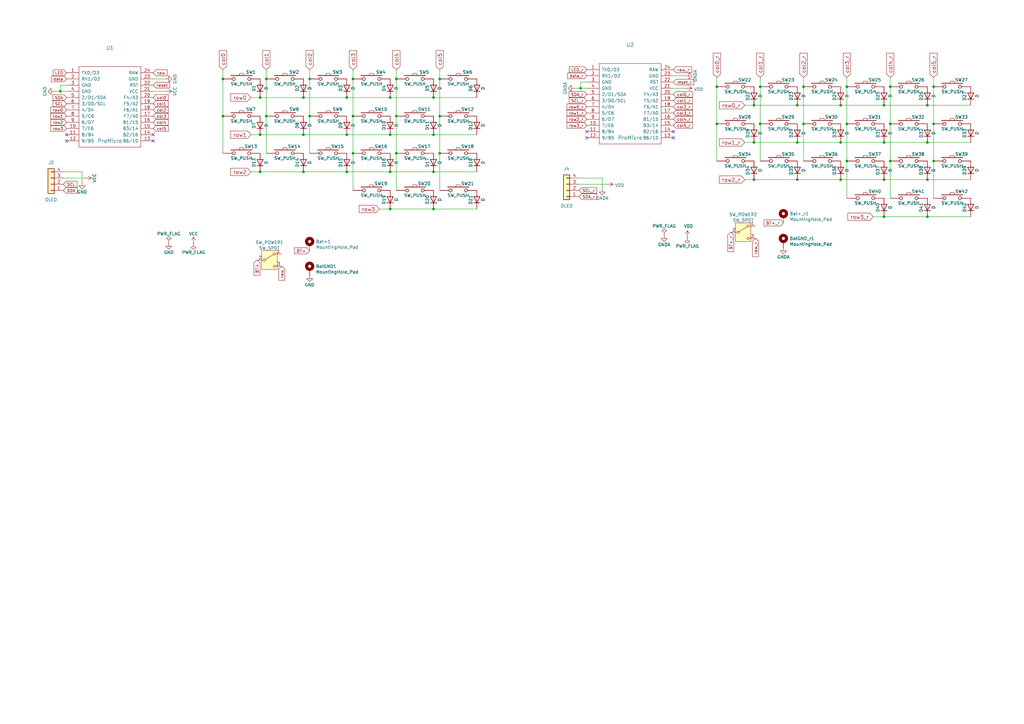
<source format=kicad_sch>
(kicad_sch (version 20231120) (generator "eeschema") (generator_version "8.0")
  (paper "A3")
  (title_block (title "Corne Cherry") (date "2020-09-28") (rev "3.0.1") (company "foostan"))
  (lib_symbols
    (symbol "Connector_Generic:Conn_01x04" (pin_names (offset 1.016) hide)
      (property "Reference" "J" (at 0 5.08 0))
      (property "Value" "Conn_01x04" (at 0 -7.62 0))
      (symbol "Conn_01x04_1_1"
        (rectangle (start -1.27 -4.953) (end 0 -5.207) (stroke (width 0.1524)))
        (rectangle (start -1.27 -2.413) (end 0 -2.667) (stroke (width 0.1524)))
        (rectangle (start -1.27 0.127) (end 0 -0.127) (stroke (width 0.1524)))
        (rectangle (start -1.27 2.667) (end 0 2.413) (stroke (width 0.1524)))
        (rectangle (start -1.27 3.81) (end 1.27 -6.35) (stroke (width 0.254)) (fill (type background)))
        (pin passive line (at -5.08 2.54 0) (length 3.81) (name "Pin_1") (number "1"))
        (pin passive line (at -5.08 0 0) (length 3.81) (name "Pin_2") (number "2"))
        (pin passive line (at -5.08 -2.54 0) (length 3.81) (name "Pin_3") (number "3"))
        (pin passive line (at -5.08 -5.08 0) (length 3.81) (name "Pin_4") (number "4"))
      )
    )
    (symbol "Device:D" (pin_numbers hide) (pin_names (offset 1.016) hide)
      (property "Reference" "D" (at 0 2.54 0))
      (property "Value" "D" (at 0 -2.54 0))
      (symbol "D_0_1"
        (polyline (pts (xy -1.27 1.27) (xy -1.27 -1.27)) (stroke (width 0.254)))
        (polyline (pts (xy 1.27 0) (xy -1.27 0)))
        (polyline (pts (xy 1.27 1.27) (xy 1.27 -1.27) (xy -1.27 0) (xy 1.27 1.27)) (stroke (width 0.254)))
      )
      (symbol "D_1_1"
        (pin passive line (at -3.81 0 0) (length 2.54) (name "K") (number "1"))
        (pin passive line (at 3.81 0 180) (length 2.54) (name "A") (number "2"))
      )
    )
    (symbol "Mechanical:MountingHole_Pad" (pin_numbers hide) (pin_names (offset 1.016) hide)
      (property "Reference" "H" (at 0 6.35 0))
      (property "Value" "MountingHole_Pad" (at 0 4.445 0))
      (symbol "MountingHole_Pad_0_1"
        (circle (center 0 1.27) (radius 1.27) (stroke (width 1.27)))
      )
      (symbol "MountingHole_Pad_1_1"
        (pin input line (at 0 -2.54 90) (length 2.54) (name "1") (number "1"))
      )
    )
    (symbol "Switch:SW_SPDT" (pin_names (offset 0) hide)
      (property "Reference" "SW" (at 0 5.08 0))
      (property "Value" "SW_SPDT" (at 0 -5.08 0))
      (symbol "SW_SPDT_0_1"
        (circle (center -2.032 0) (radius 0.4572))
        (polyline (pts (xy -1.651 0.254) (xy 1.651 2.286)))
        (circle (center 2.032 -2.54) (radius 0.4572))
        (circle (center 2.032 2.54) (radius 0.4572))
      )
      (symbol "SW_SPDT_1_1"
        (rectangle (start -3.175 3.81) (end 3.175 -3.81) (fill (type background)))
        (pin passive line (at 5.08 2.54 180) (length 2.54) (name "A") (number "1"))
        (pin passive line (at -5.08 0 0) (length 2.54) (name "B") (number "2"))
        (pin passive line (at 5.08 -2.54 180) (length 2.54) (name "C") (number "3"))
      )
    )
    (symbol "kbd:ProMicro" (pin_names (offset 1.016))
      (property "Reference" "U" (at 0 19.05 0))
      (property "Value" "ProMicro" (at 0 -19.05 0))
      (symbol "ProMicro_0_1"
        (rectangle (start -12.7 16.51) (end 12.7 -16.51))
      )
      (symbol "ProMicro_1_1"
        (pin bidirectional line (at -17.78 13.97 0) (length 5.08) (name "TX0/D3") (number "1"))
        (pin bidirectional line (at -17.78 -8.89 0) (length 5.08) (name "7/E6") (number "10"))
        (pin bidirectional line (at -17.78 -11.43 0) (length 5.08) (name "8/B4") (number "11"))
        (pin bidirectional line (at -17.78 -13.97 0) (length 5.08) (name "9/B5") (number "12"))
        (pin bidirectional line (at 17.78 -13.97 180) (length 5.08) (name "B6/10") (number "13"))
        (pin bidirectional line (at 17.78 -11.43 180) (length 5.08) (name "B2/16") (number "14"))
        (pin bidirectional line (at 17.78 -8.89 180) (length 5.08) (name "B3/14") (number "15"))
        (pin bidirectional line (at 17.78 -6.35 180) (length 5.08) (name "B1/15") (number "16"))
        (pin bidirectional line (at 17.78 -3.81 180) (length 5.08) (name "F7/A0") (number "17"))
        (pin bidirectional line (at 17.78 -1.27 180) (length 5.08) (name "F6/A1") (number "18"))
        (pin bidirectional line (at 17.78 1.27 180) (length 5.08) (name "F5/A2") (number "19"))
        (pin bidirectional line (at -17.78 11.43 0) (length 5.08) (name "RX1/D2") (number "2"))
        (pin bidirectional line (at 17.78 3.81 180) (length 5.08) (name "F4/A3") (number "20"))
        (pin power_in line (at 17.78 6.35 180) (length 5.08) (name "VCC") (number "21"))
        (pin input line (at 17.78 8.89 180) (length 5.08) (name "RST") (number "22"))
        (pin power_in line (at 17.78 11.43 180) (length 5.08) (name "GND") (number "23"))
        (pin power_out line (at 17.78 13.97 180) (length 5.08) (name "RAW") (number "24"))
        (pin power_in line (at -17.78 8.89 0) (length 5.08) (name "GND") (number "3"))
        (pin power_in line (at -17.78 6.35 0) (length 5.08) (name "GND") (number "4"))
        (pin bidirectional line (at -17.78 3.81 0) (length 5.08) (name "2/D1/SDA") (number "5"))
        (pin bidirectional line (at -17.78 1.27 0) (length 5.08) (name "3/D0/SCL") (number "6"))
        (pin bidirectional line (at -17.78 -1.27 0) (length 5.08) (name "4/D4") (number "7"))
        (pin bidirectional line (at -17.78 -3.81 0) (length 5.08) (name "5/C6") (number "8"))
        (pin bidirectional line (at -17.78 -6.35 0) (length 5.08) (name "6/D7") (number "9"))
      )
    )
    (symbol "kbd:SW_PUSH" (pin_numbers hide) (pin_names (offset 1.016) hide)
      (property "Reference" "SW" (at 3.81 2.794 0))
      (property "Value" "SW_PUSH" (at 0 -2.032 0))
      (symbol "SW_PUSH_0_1"
        (rectangle (start -4.318 1.27) (end 4.318 1.524))
        (polyline (pts (xy -1.016 1.524) (xy -0.762 2.286) (xy 0.762 2.286) (xy 1.016 1.524)))
        (pin passive inverted (at -7.62 0 0) (length 5.08) (name "1") (number "1"))
        (pin passive inverted (at 7.62 0 180) (length 5.08) (name "2") (number "2"))
      )
    )
    (symbol "power:GND" (power) (pin_names (offset 0))
      (property "Value" "GND" (at 0 -3.81 0))
      (symbol "GND_0_1"
        (polyline (pts (xy 0 0) (xy 0 -1.27) (xy 1.27 -1.27) (xy 0 -2.54) (xy -1.27 -1.27) (xy 0 -1.27)))
      )
      (symbol "GND_1_1"
        (pin power_in line (at 0 0 270) (length 0) hide (name "GND") (number "1"))
      )
    )
    (symbol "power:GNDA" (power) (pin_names (offset 0))
      (property "Value" "GNDA" (at 0 -3.81 0))
      (symbol "GNDA_0_1"
        (polyline (pts (xy 0 0) (xy 0 -1.27) (xy 1.27 -1.27) (xy 0 -2.54) (xy -1.27 -1.27) (xy 0 -1.27)))
      )
      (symbol "GNDA_1_1"
        (pin power_in line (at 0 0 270) (length 0) hide (name "GNDA") (number "1"))
      )
    )
    (symbol "power:PWR_FLAG" (power) (pin_numbers hide) (pin_names (offset 0) hide)
      (property "Value" "PWR_FLAG" (at 0 3.81 0))
      (symbol "PWR_FLAG_0_0"
        (pin power_out line (at 0 0 90) (length 0) (name "pwr") (number "1"))
      )
      (symbol "PWR_FLAG_0_1"
        (polyline (pts (xy 0 0) (xy 0 1.27) (xy -1.016 1.905) (xy 0 2.54) (xy 1.016 1.905) (xy 0 1.27)))
      )
    )
    (symbol "power:VCC" (power) (pin_names (offset 0))
      (property "Value" "VCC" (at 0 3.81 0))
      (symbol "VCC_0_1"
        (polyline (pts (xy -0.762 1.27) (xy 0 2.54)))
        (polyline (pts (xy 0 0) (xy 0 2.54)))
        (polyline (pts (xy 0 2.54) (xy 0.762 1.27)))
      )
      (symbol "VCC_1_1"
        (pin power_in line (at 0 0 90) (length 0) hide (name "VCC") (number "1"))
      )
    )
    (symbol "power:VDD" (power) (pin_names (offset 0))
      (property "Value" "VDD" (at 0 3.81 0))
      (symbol "VDD_0_1"
        (polyline (pts (xy -0.762 1.27) (xy 0 2.54)))
        (polyline (pts (xy 0 0) (xy 0 2.54)))
        (polyline (pts (xy 0 2.54) (xy 0.762 1.27)))
      )
      (symbol "VDD_1_1"
        (pin power_in line (at 0 0 90) (length 0) hide (name "VDD") (number "1"))
      )
    )
  )
  (junction (at 142.24 40.005))
  (junction (at 127 47.625))
  (junction (at 362.585 58.42))
  (junction (at 160.02 70.485))
  (junction (at 344.805 73.66))
  (junction (at 309.245 73.66))
  (junction (at 162.56 62.865))
  (junction (at 309.245 43.18))
  (junction (at 380.365 58.42))
  (junction (at 177.8 55.245))
  (junction (at 177.8 40.005))
  (junction (at 24.765 37.465))
  (junction (at 329.565 50.8))
  (junction (at 382.905 66.04))
  (junction (at 294.005 35.56))
  (junction (at 311.785 50.8))
  (junction (at 142.24 70.485))
  (junction (at 177.8 70.485))
  (junction (at 380.365 43.18))
  (junction (at 109.22 47.625))
  (junction (at 347.345 35.56))
  (junction (at 327.025 73.66))
  (junction (at 160.02 40.005))
  (junction (at 294.005 50.8))
  (junction (at 238.125 36.195))
  (junction (at 180.34 32.385))
  (junction (at 106.68 70.485))
  (junction (at 362.585 73.66))
  (junction (at 347.345 66.04))
  (junction (at 311.785 35.56))
  (junction (at 160.02 85.725))
  (junction (at 362.585 88.9))
  (junction (at 160.02 55.245))
  (junction (at 365.125 66.04))
  (junction (at 144.78 47.625))
  (junction (at 144.78 32.385))
  (junction (at 106.68 55.245))
  (junction (at 380.365 88.9))
  (junction (at 106.68 40.005))
  (junction (at 327.025 43.18))
  (junction (at 144.78 62.865))
  (junction (at 162.56 32.385))
  (junction (at 327.025 58.42))
  (junction (at 365.125 50.8))
  (junction (at 180.34 47.625))
  (junction (at 109.22 32.385))
  (junction (at 127 32.385))
  (junction (at 91.44 47.625))
  (junction (at 177.8 85.725))
  (junction (at 124.46 55.245))
  (junction (at 344.805 58.42))
  (junction (at 344.805 43.18))
  (junction (at 382.905 35.56))
  (junction (at 380.365 73.66))
  (junction (at 365.125 35.56))
  (junction (at 91.44 32.385))
  (junction (at 309.245 58.42))
  (junction (at 142.24 55.245))
  (junction (at 347.345 50.8))
  (junction (at 329.565 35.56))
  (junction (at 162.56 47.625))
  (junction (at 124.46 70.485))
  (junction (at 180.34 62.865))
  (junction (at 124.46 40.005))
  (junction (at 362.585 43.18))
  (junction (at 382.905 50.8))
  (no_connect (at 62.865 57.785))
  (no_connect (at 62.865 55.245))
  (no_connect (at 240.665 56.515))
  (no_connect (at 240.665 53.975))
  (no_connect (at 276.225 53.975))
  (no_connect (at 27.305 57.785))
  (no_connect (at 27.305 55.245))
  (no_connect (at 276.225 56.515))
  (wire (pts (xy 311.785 50.8) (xy 311.785 66.04)))
  (wire (pts (xy 91.44 28.575) (xy 91.44 32.385)))
  (wire (pts (xy 294.005 31.75) (xy 294.005 35.56)))
  (wire (pts (xy 106.68 40.005) (xy 124.46 40.005)))
  (wire (pts (xy 177.8 55.245) (xy 195.58 55.245)))
  (wire (pts (xy 26.035 73.025) (xy 34.925 73.025)))
  (wire (pts (xy 91.44 32.385) (xy 91.44 47.625)))
  (wire (pts (xy 309.245 73.66) (xy 327.025 73.66)))
  (wire (pts (xy 162.56 62.865) (xy 162.56 78.105)))
  (wire (pts (xy 33.655 70.485) (xy 26.035 70.485)))
  (wire (pts (xy 162.56 32.385) (xy 162.56 47.625)))
  (wire (pts (xy 309.245 58.42) (xy 327.025 58.42)))
  (wire (pts (xy 380.365 58.42) (xy 398.145 58.42)))
  (wire (pts (xy 237.49 73.025) (xy 247.015 73.025)))
  (wire (pts (xy 177.8 85.725) (xy 195.58 85.725)))
  (wire (pts (xy 124.46 70.485) (xy 142.24 70.485)))
  (wire (pts (xy 106.68 70.485) (xy 124.46 70.485)))
  (wire (pts (xy 380.365 88.9) (xy 398.145 88.9)))
  (wire (pts (xy 382.905 66.04) (xy 382.905 81.28)))
  (wire (pts (xy 144.78 62.865) (xy 144.78 78.105)))
  (wire (pts (xy 27.305 34.925) (xy 24.765 34.925)))
  (wire (pts (xy 33.655 74.93) (xy 33.655 70.485)))
  (wire (pts (xy 329.565 31.75) (xy 329.565 35.56)))
  (wire (pts (xy 380.365 43.18) (xy 398.145 43.18)))
  (wire (pts (xy 237.49 75.565) (xy 248.92 75.565)))
  (wire (pts (xy 127 32.385) (xy 127 47.625)))
  (wire (pts (xy 102.87 40.005) (xy 106.68 40.005)))
  (wire (pts (xy 177.8 70.485) (xy 195.58 70.485)))
  (wire (pts (xy 22.225 37.465) (xy 24.765 37.465)))
  (wire (pts (xy 124.46 55.245) (xy 142.24 55.245)))
  (wire (pts (xy 180.34 47.625) (xy 180.34 62.865)))
  (wire (pts (xy 240.665 33.655) (xy 238.125 33.655)))
  (wire (pts (xy 62.865 32.385) (xy 67.945 32.385)))
  (wire (pts (xy 24.765 34.925) (xy 24.765 37.465)))
  (wire (pts (xy 305.435 58.42) (xy 309.245 58.42)))
  (wire (pts (xy 344.805 43.18) (xy 362.585 43.18)))
  (wire (pts (xy 91.44 47.625) (xy 91.44 62.865)))
  (wire (pts (xy 362.585 73.66) (xy 380.365 73.66)))
  (wire (pts (xy 305.435 43.18) (xy 309.245 43.18)))
  (wire (pts (xy 144.78 28.575) (xy 144.78 32.385)))
  (wire (pts (xy 365.125 35.56) (xy 365.125 50.8)))
  (wire (pts (xy 155.575 85.725) (xy 160.02 85.725)))
  (wire (pts (xy 109.22 47.625) (xy 109.22 62.865)))
  (wire (pts (xy 124.46 40.005) (xy 142.24 40.005)))
  (wire (pts (xy 160.02 40.005) (xy 177.8 40.005)))
  (wire (pts (xy 276.225 31.115) (xy 281.305 31.115)))
  (wire (pts (xy 347.345 31.75) (xy 347.345 35.56)))
  (wire (pts (xy 294.005 35.56) (xy 294.005 50.8)))
  (wire (pts (xy 329.565 50.8) (xy 329.565 66.04)))
  (wire (pts (xy 309.245 43.18) (xy 327.025 43.18)))
  (wire (pts (xy 311.785 31.75) (xy 311.785 35.56)))
  (wire (pts (xy 347.345 66.04) (xy 347.345 81.28)))
  (wire (pts (xy 160.02 85.725) (xy 177.8 85.725)))
  (wire (pts (xy 327.025 73.66) (xy 344.805 73.66)))
  (wire (pts (xy 177.8 40.005) (xy 195.58 40.005)))
  (wire (pts (xy 144.78 32.385) (xy 144.78 47.625)))
  (wire (pts (xy 362.585 58.42) (xy 380.365 58.42)))
  (wire (pts (xy 106.68 55.245) (xy 124.46 55.245)))
  (wire (pts (xy 311.785 35.56) (xy 311.785 50.8)))
  (wire (pts (xy 365.125 66.04) (xy 365.125 81.28)))
  (wire (pts (xy 109.22 32.385) (xy 109.22 47.625)))
  (wire (pts (xy 247.015 73.025) (xy 247.015 77.47)))
  (wire (pts (xy 362.585 43.18) (xy 380.365 43.18)))
  (wire (pts (xy 109.22 28.575) (xy 109.22 32.385)))
  (wire (pts (xy 382.905 31.75) (xy 382.905 35.56)))
  (wire (pts (xy 362.585 88.9) (xy 380.365 88.9)))
  (wire (pts (xy 344.805 58.42) (xy 362.585 58.42)))
  (wire (pts (xy 238.125 36.195) (xy 240.665 36.195)))
  (wire (pts (xy 127 47.625) (xy 127 62.865)))
  (wire (pts (xy 142.24 40.005) (xy 160.02 40.005)))
  (wire (pts (xy 347.345 50.8) (xy 347.345 66.04)))
  (wire (pts (xy 382.905 50.8) (xy 382.905 66.04)))
  (wire (pts (xy 276.225 36.195) (xy 281.305 36.195)))
  (wire (pts (xy 347.345 35.56) (xy 347.345 50.8)))
  (wire (pts (xy 62.865 37.465) (xy 67.945 37.465)))
  (wire (pts (xy 144.78 47.625) (xy 144.78 62.865)))
  (wire (pts (xy 327.025 58.42) (xy 344.805 58.42)))
  (wire (pts (xy 344.805 73.66) (xy 362.585 73.66)))
  (wire (pts (xy 162.56 28.575) (xy 162.56 32.385)))
  (wire (pts (xy 102.87 70.485) (xy 106.68 70.485)))
  (wire (pts (xy 382.905 35.56) (xy 382.905 50.8)))
  (wire (pts (xy 305.435 73.66) (xy 309.245 73.66)))
  (wire (pts (xy 160.02 70.485) (xy 177.8 70.485)))
  (wire (pts (xy 365.125 50.8) (xy 365.125 66.04)))
  (wire (pts (xy 142.24 70.485) (xy 160.02 70.485)))
  (wire (pts (xy 380.365 73.66) (xy 398.145 73.66)))
  (wire (pts (xy 102.87 55.245) (xy 106.68 55.245)))
  (wire (pts (xy 365.125 31.75) (xy 365.125 35.56)))
  (wire (pts (xy 235.585 36.195) (xy 238.125 36.195)))
  (wire (pts (xy 127 28.575) (xy 127 32.385)))
  (wire (pts (xy 358.14 88.9) (xy 362.585 88.9)))
  (wire (pts (xy 180.34 32.385) (xy 180.34 47.625)))
  (wire (pts (xy 162.56 47.625) (xy 162.56 62.865)))
  (wire (pts (xy 329.565 35.56) (xy 329.565 50.8)))
  (wire (pts (xy 24.765 37.465) (xy 27.305 37.465)))
  (wire (pts (xy 142.24 55.245) (xy 160.02 55.245)))
  (wire (pts (xy 294.005 50.8) (xy 294.005 66.04)))
  (wire (pts (xy 160.02 55.245) (xy 177.8 55.245)))
  (wire (pts (xy 180.34 62.865) (xy 180.34 78.105)))
  (wire (pts (xy 327.025 43.18) (xy 344.805 43.18)))
  (wire (pts (xy 238.125 33.655) (xy 238.125 36.195)))
  (wire (pts (xy 180.34 28.575) (xy 180.34 32.385)))
  (global_label "col4" (shape input) (at 62.865 50.165 0) (effects (font (size 1.1938 1.1938))) (property "Intersheetrefs" "${INTERSHEET_REFS}" (effects (hide yes))))
  (global_label "row3_r" (shape input) (at 358.14 88.9 180) (effects (font (size 1.524 1.524))) (property "Intersheetrefs" "${INTERSHEET_REFS}" (effects (hide yes))))
  (global_label "col5_r" (shape input) (at 276.225 51.435 0) (effects (font (size 1.1938 1.1938))) (property "Intersheetrefs" "${INTERSHEET_REFS}" (effects (hide yes))))
  (global_label "col0" (shape input) (at 91.44 28.575 90) (effects (font (size 1.524 1.524))) (property "Intersheetrefs" "${INTERSHEET_REFS}" (effects (hide yes))))
  (global_label "SCL_r" (shape input) (at 237.49 78.105 0) (effects (font (size 1.1938 1.1938))) (property "Intersheetrefs" "${INTERSHEET_REFS}" (effects (hide yes))))
  (global_label "LED" (shape input) (at 27.305 29.845 180) (effects (font (size 1.1938 1.1938))) (property "Intersheetrefs" "${INTERSHEET_REFS}" (effects (hide yes))))
  (global_label "col1" (shape input) (at 109.22 28.575 90) (effects (font (size 1.524 1.524))) (property "Intersheetrefs" "${INTERSHEET_REFS}" (effects (hide yes))))
  (global_label "row0" (shape input) (at 102.87 40.005 180) (effects (font (size 1.524 1.524))) (property "Intersheetrefs" "${INTERSHEET_REFS}" (effects (hide yes))))
  (global_label "data" (shape input) (at 27.305 32.385 180) (effects (font (size 1.1938 1.1938))) (property "Intersheetrefs" "${INTERSHEET_REFS}" (effects (hide yes))))
  (global_label "col2_r" (shape input) (at 276.225 43.815 0) (effects (font (size 1.1938 1.1938))) (property "Intersheetrefs" "${INTERSHEET_REFS}" (effects (hide yes))))
  (global_label "data_r" (shape input) (at 240.665 31.115 180) (effects (font (size 1.1938 1.1938))) (property "Intersheetrefs" "${INTERSHEET_REFS}" (effects (hide yes))))
  (global_label "raw_r" (shape input) (at 276.225 28.575 0) (property "Intersheetrefs" "${INTERSHEET_REFS}" (effects (hide yes))))
  (global_label "row1_r" (shape input) (at 305.435 58.42 180) (effects (font (size 1.524 1.524))) (property "Intersheetrefs" "${INTERSHEET_REFS}" (effects (hide yes))))
  (global_label "col5" (shape input) (at 62.865 52.705 0) (effects (font (size 1.1938 1.1938))) (property "Intersheetrefs" "${INTERSHEET_REFS}" (effects (hide yes))))
  (global_label "col3" (shape input) (at 62.865 47.625 0) (effects (font (size 1.1938 1.1938))) (property "Intersheetrefs" "${INTERSHEET_REFS}" (effects (hide yes))))
  (global_label "row2" (shape input) (at 102.87 70.485 180) (effects (font (size 1.524 1.524))) (property "Intersheetrefs" "${INTERSHEET_REFS}" (effects (hide yes))))
  (global_label "raw" (shape input) (at 62.865 29.845 0) (property "Intersheetrefs" "${INTERSHEET_REFS}" (effects (hide yes))))
  (global_label "col1" (shape input) (at 62.865 42.545 0) (effects (font (size 1.1938 1.1938))) (property "Intersheetrefs" "${INTERSHEET_REFS}" (effects (hide yes))))
  (global_label "LED_r" (shape input) (at 240.665 28.575 180) (effects (font (size 1.1938 1.1938))) (property "Intersheetrefs" "${INTERSHEET_REFS}" (effects (hide yes))))
  (global_label "SCL" (shape input) (at 26.035 75.565 0) (effects (font (size 1.1938 1.1938))) (property "Intersheetrefs" "${INTERSHEET_REFS}" (effects (hide yes))))
  (global_label "row1" (shape input) (at 102.87 55.245 180) (effects (font (size 1.524 1.524))) (property "Intersheetrefs" "${INTERSHEET_REFS}" (effects (hide yes))))
  (global_label "SDA" (shape input) (at 26.035 78.105 0) (effects (font (size 1.1938 1.1938))) (property "Intersheetrefs" "${INTERSHEET_REFS}" (effects (hide yes))))
  (global_label "col3_r" (shape input) (at 276.225 46.355 0) (effects (font (size 1.1938 1.1938))) (property "Intersheetrefs" "${INTERSHEET_REFS}" (effects (hide yes))))
  (global_label "reset" (shape input) (at 62.865 34.925 0) (effects (font (size 1.1938 1.1938))) (property "Intersheetrefs" "${INTERSHEET_REFS}" (effects (hide yes))))
  (global_label "col2" (shape input) (at 127 28.575 90) (effects (font (size 1.524 1.524))) (property "Intersheetrefs" "${INTERSHEET_REFS}" (effects (hide yes))))
  (global_label "SCL_r" (shape input) (at 240.665 41.275 180) (effects (font (size 1.1938 1.1938))) (property "Intersheetrefs" "${INTERSHEET_REFS}" (effects (hide yes))))
  (global_label "row1_r" (shape input) (at 240.665 46.355 180) (effects (font (size 1.1938 1.1938))) (property "Intersheetrefs" "${INTERSHEET_REFS}" (effects (hide yes))))
  (global_label "row1" (shape input) (at 27.305 47.625 180) (effects (font (size 1.1938 1.1938))) (property "Intersheetrefs" "${INTERSHEET_REFS}" (effects (hide yes))))
  (global_label "BT+" (shape input) (at 105.41 106.68 270) (property "Intersheetrefs" "${INTERSHEET_REFS}" (effects (hide yes))))
  (global_label "BT+_r" (shape input) (at 321.31 91.44 180) (property "Intersheetrefs" "${INTERSHEET_REFS}" (effects (hide yes))))
  (global_label "col0_r" (shape input) (at 294.005 31.75 90) (effects (font (size 1.524 1.524))) (property "Intersheetrefs" "${INTERSHEET_REFS}" (effects (hide yes))))
  (global_label "row0_r" (shape input) (at 305.435 43.18 180) (effects (font (size 1.524 1.524))) (property "Intersheetrefs" "${INTERSHEET_REFS}" (effects (hide yes))))
  (global_label "row2" (shape input) (at 27.305 50.165 180) (effects (font (size 1.1938 1.1938))) (property "Intersheetrefs" "${INTERSHEET_REFS}" (effects (hide yes))))
  (global_label "row0" (shape input) (at 27.305 45.085 180) (effects (font (size 1.1938 1.1938))) (property "Intersheetrefs" "${INTERSHEET_REFS}" (effects (hide yes))))
  (global_label "col4_r" (shape input) (at 276.225 48.895 0) (effects (font (size 1.1938 1.1938))) (property "Intersheetrefs" "${INTERSHEET_REFS}" (effects (hide yes))))
  (global_label "col0_r" (shape input) (at 276.225 38.735 0) (effects (font (size 1.1938 1.1938))) (property "Intersheetrefs" "${INTERSHEET_REFS}" (effects (hide yes))))
  (global_label "raw_r" (shape input) (at 309.88 97.79 270) (property "Intersheetrefs" "${INTERSHEET_REFS}" (effects (hide yes))))
  (global_label "col5_r" (shape input) (at 382.905 31.75 90) (effects (font (size 1.524 1.524))) (property "Intersheetrefs" "${INTERSHEET_REFS}" (effects (hide yes))))
  (global_label "col5" (shape input) (at 180.34 28.575 90) (effects (font (size 1.524 1.524))) (property "Intersheetrefs" "${INTERSHEET_REFS}" (effects (hide yes))))
  (global_label "SCL" (shape input) (at 27.305 42.545 180) (effects (font (size 1.1938 1.1938))) (property "Intersheetrefs" "${INTERSHEET_REFS}" (effects (hide yes))))
  (global_label "col1_r" (shape input) (at 276.225 41.275 0) (effects (font (size 1.1938 1.1938))) (property "Intersheetrefs" "${INTERSHEET_REFS}" (effects (hide yes))))
  (global_label "raw" (shape input) (at 115.57 109.22 270) (property "Intersheetrefs" "${INTERSHEET_REFS}" (effects (hide yes))))
  (global_label "row3_r" (shape input) (at 240.665 51.435 180) (effects (font (size 1.1938 1.1938))) (property "Intersheetrefs" "${INTERSHEET_REFS}" (effects (hide yes))))
  (global_label "BT+" (shape input) (at 127 102.87 180) (property "Intersheetrefs" "${INTERSHEET_REFS}" (effects (hide yes))))
  (global_label "row3" (shape input) (at 155.575 85.725 180) (effects (font (size 1.524 1.524))) (property "Intersheetrefs" "${INTERSHEET_REFS}" (effects (hide yes))))
  (global_label "row0_r" (shape input) (at 240.665 43.815 180) (effects (font (size 1.1938 1.1938))) (property "Intersheetrefs" "${INTERSHEET_REFS}" (effects (hide yes))))
  (global_label "col4" (shape input) (at 162.56 28.575 90) (effects (font (size 1.524 1.524))) (property "Intersheetrefs" "${INTERSHEET_REFS}" (effects (hide yes))))
  (global_label "col4_r" (shape input) (at 365.125 31.75 90) (effects (font (size 1.524 1.524))) (property "Intersheetrefs" "${INTERSHEET_REFS}" (effects (hide yes))))
  (global_label "col1_r" (shape input) (at 311.785 31.75 90) (effects (font (size 1.524 1.524))) (property "Intersheetrefs" "${INTERSHEET_REFS}" (effects (hide yes))))
  (global_label "row2_r" (shape input) (at 305.435 73.66 180) (effects (font (size 1.524 1.524))) (property "Intersheetrefs" "${INTERSHEET_REFS}" (effects (hide yes))))
  (global_label "SDA_r" (shape input) (at 240.665 38.735 180) (effects (font (size 1.1938 1.1938))) (property "Intersheetrefs" "${INTERSHEET_REFS}" (effects (hide yes))))
  (global_label "col2" (shape input) (at 62.865 45.085 0) (effects (font (size 1.1938 1.1938))) (property "Intersheetrefs" "${INTERSHEET_REFS}" (effects (hide yes))))
  (global_label "SDA" (shape input) (at 27.305 40.005 180) (effects (font (size 1.1938 1.1938))) (property "Intersheetrefs" "${INTERSHEET_REFS}" (effects (hide yes))))
  (global_label "row2_r" (shape input) (at 240.665 48.895 180) (effects (font (size 1.1938 1.1938))) (property "Intersheetrefs" "${INTERSHEET_REFS}" (effects (hide yes))))
  (global_label "col2_r" (shape input) (at 329.565 31.75 90) (effects (font (size 1.524 1.524))) (property "Intersheetrefs" "${INTERSHEET_REFS}" (effects (hide yes))))
  (global_label "col0" (shape input) (at 62.865 40.005 0) (effects (font (size 1.1938 1.1938))) (property "Intersheetrefs" "${INTERSHEET_REFS}" (effects (hide yes))))
  (global_label "col3_r" (shape input) (at 347.345 31.75 90) (effects (font (size 1.524 1.524))) (property "Intersheetrefs" "${INTERSHEET_REFS}" (effects (hide yes))))
  (global_label "reset_r" (shape input) (at 276.225 33.655 0) (effects (font (size 1.1938 1.1938))) (property "Intersheetrefs" "${INTERSHEET_REFS}" (effects (hide yes))))
  (global_label "SDA_r" (shape input) (at 237.49 80.645 0) (effects (font (size 1.1938 1.1938))) (property "Intersheetrefs" "${INTERSHEET_REFS}" (effects (hide yes))))
  (global_label "col3" (shape input) (at 144.78 28.575 90) (effects (font (size 1.524 1.524))) (property "Intersheetrefs" "${INTERSHEET_REFS}" (effects (hide yes))))
  (global_label "row3" (shape input) (at 27.305 52.705 180) (effects (font (size 1.1938 1.1938))) (property "Intersheetrefs" "${INTERSHEET_REFS}" (effects (hide yes))))
  (global_label "BT+_r" (shape input) (at 299.72 95.25 270) (property "Intersheetrefs" "${INTERSHEET_REFS}" (effects (hide yes))))
  (symbol (lib_id "kbd:ProMicro") (at 45.085 43.815 0) (unit 1)
    (property "Reference" "U1" (at 45.085 19.685 0) (effects (font (size 1.524 1.524))))
    (property "Value" "ProMicro" (at 45.085 57.785 0) (effects (font (size 1.524 1.524))))
    (property "Footprint" "kbd:ProMicro_v3" (effects (hide yes)))
  )
  (symbol (lib_id "kbd:SW_PUSH") (at 116.84 32.385 0) (unit 1)
    (property "Reference" "SW2" (at 120.65 29.591 0))
    (property "Value" "SW_PUSH" (at 116.84 34.417 0))
    (property "Footprint" "kbd:CherryMX_Hotswap" (effects (hide yes)))
  )
  (symbol (lib_id "Device:D") (at 124.46 36.195 90) (unit 1)
    (property "Reference" "D2" (at 121.92 36.195 0))
    (property "Value" "D" (at 127 36.195 0))
    (property "Footprint" "kbd:D3_SMD_v2" (effects (hide yes)))
  )
  (symbol (lib_id "kbd:SW_PUSH") (at 134.62 32.385 0) (unit 1)
    (property "Reference" "SW3" (at 138.43 29.591 0))
    (property "Value" "SW_PUSH" (at 134.62 34.417 0))
    (property "Footprint" "kbd:CherryMX_Hotswap" (effects (hide yes)))
  )
  (symbol (lib_id "Device:D") (at 142.24 36.195 90) (unit 1)
    (property "Reference" "D3" (at 139.7 36.195 0))
    (property "Value" "D" (at 144.78 36.195 0))
    (property "Footprint" "kbd:D3_SMD_v2" (effects (hide yes)))
  )
  (symbol (lib_id "kbd:SW_PUSH") (at 152.4 32.385 0) (unit 1)
    (property "Reference" "SW4" (at 156.21 29.591 0))
    (property "Value" "SW_PUSH" (at 152.4 34.417 0))
    (property "Footprint" "kbd:CherryMX_Hotswap" (effects (hide yes)))
  )
  (symbol (lib_id "kbd:SW_PUSH") (at 170.18 32.385 0) (unit 1)
    (property "Reference" "SW5" (at 173.99 29.591 0))
    (property "Value" "SW_PUSH" (at 170.18 34.417 0))
    (property "Footprint" "kbd:CherryMX_Hotswap" (effects (hide yes)))
  )
  (symbol (lib_id "kbd:SW_PUSH") (at 187.96 32.385 0) (unit 1)
    (property "Reference" "SW6" (at 191.77 29.591 0))
    (property "Value" "SW_PUSH" (at 187.96 34.417 0))
    (property "Footprint" "kbd:CherryMX_Hotswap" (effects (hide yes)))
  )
  (symbol (lib_id "Device:D") (at 160.02 36.195 90) (unit 1)
    (property "Reference" "D4" (at 157.48 36.195 0))
    (property "Value" "D" (at 162.56 36.195 0))
    (property "Footprint" "kbd:D3_SMD_v2" (effects (hide yes)))
  )
  (symbol (lib_id "Device:D") (at 177.8 36.195 90) (unit 1)
    (property "Reference" "D5" (at 175.26 36.195 0))
    (property "Value" "D" (at 180.34 36.195 0))
    (property "Footprint" "kbd:D3_SMD_v2" (effects (hide yes)))
  )
  (symbol (lib_id "Device:D") (at 195.58 36.195 90) (unit 1)
    (property "Reference" "D6" (at 193.04 36.195 0))
    (property "Value" "D" (at 198.12 36.195 0))
    (property "Footprint" "kbd:D3_SMD_v2" (effects (hide yes)))
  )
  (symbol (lib_id "kbd:SW_PUSH") (at 99.06 32.385 0) (unit 1)
    (property "Reference" "SW1" (at 102.87 29.591 0))
    (property "Value" "SW_PUSH" (at 99.06 34.417 0))
    (property "Footprint" "kbd:CherryMX_Hotswap" (effects (hide yes)))
  )
  (symbol (lib_id "Device:D") (at 106.68 36.195 90) (unit 1)
    (property "Reference" "D1" (at 104.14 36.195 0))
    (property "Value" "D" (at 109.22 36.195 0))
    (property "Footprint" "kbd:D3_SMD_v2" (effects (hide yes)))
  )
  (symbol (lib_id "kbd:SW_PUSH") (at 116.84 47.625 0) (unit 1)
    (property "Reference" "SW8" (at 120.65 44.831 0))
    (property "Value" "SW_PUSH" (at 116.84 49.657 0))
    (property "Footprint" "kbd:CherryMX_Hotswap" (effects (hide yes)))
  )
  (symbol (lib_id "Device:D") (at 124.46 51.435 90) (unit 1)
    (property "Reference" "D8" (at 121.92 51.435 0))
    (property "Value" "D" (at 127 51.435 0))
    (property "Footprint" "kbd:D3_SMD_v2" (effects (hide yes)))
  )
  (symbol (lib_id "kbd:SW_PUSH") (at 134.62 47.625 0) (unit 1)
    (property "Reference" "SW9" (at 138.43 44.831 0))
    (property "Value" "SW_PUSH" (at 134.62 49.657 0))
    (property "Footprint" "kbd:CherryMX_Hotswap" (effects (hide yes)))
  )
  (symbol (lib_id "Device:D") (at 142.24 51.435 90) (unit 1)
    (property "Reference" "D9" (at 139.7 51.435 0))
    (property "Value" "D" (at 144.78 51.435 0))
    (property "Footprint" "kbd:D3_SMD_v2" (effects (hide yes)))
  )
  (symbol (lib_id "kbd:SW_PUSH") (at 152.4 47.625 0) (unit 1)
    (property "Reference" "SW10" (at 156.21 44.831 0))
    (property "Value" "SW_PUSH" (at 152.4 49.657 0))
    (property "Footprint" "kbd:CherryMX_Hotswap" (effects (hide yes)))
  )
  (symbol (lib_id "kbd:SW_PUSH") (at 170.18 47.625 0) (unit 1)
    (property "Reference" "SW11" (at 173.99 44.831 0))
    (property "Value" "SW_PUSH" (at 170.18 49.657 0))
    (property "Footprint" "kbd:CherryMX_Hotswap" (effects (hide yes)))
  )
  (symbol (lib_id "kbd:SW_PUSH") (at 187.96 47.625 0) (unit 1)
    (property "Reference" "SW12" (at 191.77 44.831 0))
    (property "Value" "SW_PUSH" (at 187.96 49.657 0))
    (property "Footprint" "kbd:CherryMX_Hotswap" (effects (hide yes)))
  )
  (symbol (lib_id "Device:D") (at 160.02 51.435 90) (unit 1)
    (property "Reference" "D10" (at 157.48 51.435 0))
    (property "Value" "D" (at 162.56 51.435 0))
    (property "Footprint" "kbd:D3_SMD_v2" (effects (hide yes)))
  )
  (symbol (lib_id "Device:D") (at 177.8 51.435 90) (unit 1)
    (property "Reference" "D11" (at 175.26 51.435 0))
    (property "Value" "D" (at 180.34 51.435 0))
    (property "Footprint" "kbd:D3_SMD_v2" (effects (hide yes)))
  )
  (symbol (lib_id "Device:D") (at 195.58 51.435 90) (unit 1)
    (property "Reference" "D12" (at 193.04 51.435 0))
    (property "Value" "D" (at 198.12 51.435 0))
    (property "Footprint" "kbd:D3_SMD_v2" (effects (hide yes)))
  )
  (symbol (lib_id "kbd:SW_PUSH") (at 99.06 47.625 0) (unit 1)
    (property "Reference" "SW7" (at 102.87 44.831 0))
    (property "Value" "SW_PUSH" (at 99.06 49.657 0))
    (property "Footprint" "kbd:CherryMX_Hotswap" (effects (hide yes)))
  )
  (symbol (lib_id "Device:D") (at 106.68 51.435 90) (unit 1)
    (property "Reference" "D7" (at 104.14 51.435 0))
    (property "Value" "D" (at 109.22 51.435 0))
    (property "Footprint" "kbd:D3_SMD_v2" (effects (hide yes)))
  )
  (symbol (lib_id "kbd:SW_PUSH") (at 116.84 62.865 0) (unit 1)
    (property "Reference" "SW14" (at 120.65 60.071 0))
    (property "Value" "SW_PUSH" (at 116.84 64.897 0))
    (property "Footprint" "kbd:CherryMX_Hotswap" (effects (hide yes)))
  )
  (symbol (lib_id "Device:D") (at 124.46 66.675 90) (unit 1)
    (property "Reference" "D14" (at 121.92 66.675 0))
    (property "Value" "D" (at 127 66.675 0))
    (property "Footprint" "kbd:D3_SMD_v2" (effects (hide yes)))
  )
  (symbol (lib_id "kbd:SW_PUSH") (at 134.62 62.865 0) (unit 1)
    (property "Reference" "SW15" (at 138.43 60.071 0))
    (property "Value" "SW_PUSH" (at 134.62 64.897 0))
    (property "Footprint" "kbd:CherryMX_Hotswap" (effects (hide yes)))
  )
  (symbol (lib_id "Device:D") (at 142.24 66.675 90) (unit 1)
    (property "Reference" "D15" (at 139.7 66.675 0))
    (property "Value" "D" (at 144.78 66.675 0))
    (property "Footprint" "kbd:D3_SMD_v2" (effects (hide yes)))
  )
  (symbol (lib_id "kbd:SW_PUSH") (at 152.4 62.865 0) (unit 1)
    (property "Reference" "SW16" (at 156.21 60.071 0))
    (property "Value" "SW_PUSH" (at 152.4 64.897 0))
    (property "Footprint" "kbd:CherryMX_Hotswap" (effects (hide yes)))
  )
  (symbol (lib_id "kbd:SW_PUSH") (at 170.18 62.865 0) (unit 1)
    (property "Reference" "SW17" (at 173.99 60.071 0))
    (property "Value" "SW_PUSH" (at 170.18 64.897 0))
    (property "Footprint" "kbd:CherryMX_Hotswap" (effects (hide yes)))
  )
  (symbol (lib_id "kbd:SW_PUSH") (at 187.96 62.865 0) (unit 1)
    (property "Reference" "SW18" (at 191.77 60.071 0))
    (property "Value" "SW_PUSH" (at 187.96 64.897 0))
    (property "Footprint" "kbd:CherryMX_Hotswap" (effects (hide yes)))
  )
  (symbol (lib_id "Device:D") (at 160.02 66.675 90) (unit 1)
    (property "Reference" "D16" (at 157.48 66.675 0))
    (property "Value" "D" (at 162.56 66.675 0))
    (property "Footprint" "kbd:D3_SMD_v2" (effects (hide yes)))
  )
  (symbol (lib_id "Device:D") (at 177.8 66.675 90) (unit 1)
    (property "Reference" "D17" (at 175.26 66.675 0))
    (property "Value" "D" (at 180.34 66.675 0))
    (property "Footprint" "kbd:D3_SMD_v2" (effects (hide yes)))
  )
  (symbol (lib_id "Device:D") (at 195.58 66.675 90) (unit 1)
    (property "Reference" "D18" (at 193.04 66.675 0))
    (property "Value" "D" (at 198.12 66.675 0))
    (property "Footprint" "kbd:D3_SMD_v2" (effects (hide yes)))
  )
  (symbol (lib_id "kbd:SW_PUSH") (at 99.06 62.865 0) (unit 1)
    (property "Reference" "SW13" (at 102.87 60.071 0))
    (property "Value" "SW_PUSH" (at 99.06 64.897 0))
    (property "Footprint" "kbd:CherryMX_Hotswap" (effects (hide yes)))
  )
  (symbol (lib_id "Device:D") (at 106.68 66.675 90) (unit 1)
    (property "Reference" "D13" (at 104.14 66.675 0))
    (property "Value" "D" (at 109.22 66.675 0))
    (property "Footprint" "kbd:D3_SMD_v2" (effects (hide yes)))
  )
  (symbol (lib_id "kbd:SW_PUSH") (at 170.18 78.105 0) (unit 1)
    (property "Reference" "SW20" (at 173.99 75.311 0))
    (property "Value" "SW_PUSH" (at 170.18 80.137 0))
    (property "Footprint" "kbd:CherryMX_Hotswap" (effects (hide yes)))
  )
  (symbol (lib_id "Device:D") (at 177.8 81.915 90) (unit 1)
    (property "Reference" "D20" (at 175.26 81.915 0))
    (property "Value" "D" (at 180.34 81.915 0))
    (property "Footprint" "kbd:D3_SMD_v2" (effects (hide yes)))
  )
  (symbol (lib_id "kbd:SW_PUSH") (at 187.96 78.105 0) (unit 1)
    (property "Reference" "SW21" (at 191.77 75.311 0))
    (property "Value" "SW_PUSH" (at 187.96 80.137 0))
    (property "Footprint" "kbd:CherryMX_Hotswap_1.5u" (effects (hide yes)))
  )
  (symbol (lib_id "Device:D") (at 195.58 81.915 90) (unit 1)
    (property "Reference" "D21" (at 193.04 81.915 0))
    (property "Value" "D" (at 198.12 81.915 0))
    (property "Footprint" "kbd:D3_SMD_v2" (effects (hide yes)))
  )
  (symbol (lib_id "kbd:SW_PUSH") (at 152.4 78.105 0) (unit 1)
    (property "Reference" "SW19" (at 156.21 75.311 0))
    (property "Value" "SW_PUSH" (at 152.4 80.137 0))
    (property "Footprint" "kbd:CherryMX_Hotswap" (effects (hide yes)))
  )
  (symbol (lib_id "Device:D") (at 160.02 81.915 90) (unit 1)
    (property "Reference" "D19" (at 157.48 81.915 0))
    (property "Value" "D" (at 162.56 81.915 0))
    (property "Footprint" "kbd:D3_SMD_v2" (effects (hide yes)))
  )
  (symbol (lib_id "power:GND") (at 67.945 32.385 90) (unit 1)
    (property "Reference" "#PWR07" (effects (hide yes)))
    (property "Value" "GND" (at 71.755 32.385 0))
  )
  (symbol (lib_id "power:VCC") (at 67.945 37.465 270) (unit 1)
    (property "Reference" "#PWR09" (effects (hide yes)))
    (property "Value" "VCC" (at 71.755 37.465 0))
  )
  (symbol (lib_id "power:GND") (at 22.225 37.465 270) (unit 1)
    (property "Reference" "#PWR08" (effects (hide yes)))
    (property "Value" "GND" (at 18.415 37.465 0))
  )
  (symbol (lib_id "power:GND") (at 69.215 99.695 0) (unit 1)
    (property "Reference" "#PWR04" (effects (hide yes)))
    (property "Value" "GND" (at 69.215 103.505 0))
  )
  (symbol (lib_id "power:VCC") (at 79.375 99.695 0) (unit 1)
    (property "Reference" "#PWR05" (effects (hide yes)))
    (property "Value" "VCC" (at 79.375 95.885 0))
  )
  (symbol (lib_id "power:PWR_FLAG") (at 79.375 99.695 180) (unit 1)
    (property "Reference" "#FLG02" (effects (hide yes)))
    (property "Value" "PWR_FLAG" (at 79.375 103.505 0))
  )
  (symbol (lib_id "power:PWR_FLAG") (at 69.215 99.695 0) (unit 1)
    (property "Reference" "#FLG01" (effects (hide yes)))
    (property "Value" "PWR_FLAG" (at 69.215 95.885 0))
  )
  (symbol (lib_id "Connector_Generic:Conn_01x04") (at 20.955 75.565 180) (unit 1)
    (property "Reference" "J2" (at 20.955 66.675 0))
    (property "Value" "OLED" (at 20.955 81.915 0))
    (property "Footprint" "kbd:OLED_1side" (effects (hide yes)))
  )
  (symbol (lib_id "power:GND") (at 33.655 74.93 0) (unit 1)
    (property "Reference" "#PWR013" (effects (hide yes)))
    (property "Value" "GND" (at 33.655 78.74 0))
  )
  (symbol (lib_id "power:VCC") (at 34.925 73.025 270) (unit 1)
    (property "Reference" "#PWR012" (effects (hide yes)))
    (property "Value" "VCC" (at 38.735 73.025 0))
  )
  (symbol (lib_id "kbd:ProMicro") (at 258.445 42.545 0) (unit 1)
    (property "Reference" "U2" (at 258.445 18.415 0) (effects (font (size 1.524 1.524))))
    (property "Value" "ProMicro" (at 258.445 56.515 0) (effects (font (size 1.524 1.524))))
    (property "Footprint" "kbd:ProMicro_v3" (effects (hide yes)))
  )
  (symbol (lib_id "kbd:SW_PUSH") (at 319.405 35.56 0) (unit 1)
    (property "Reference" "SW23" (at 323.215 32.766 0))
    (property "Value" "SW_PUSH" (at 319.405 37.592 0))
    (property "Footprint" "kbd:CherryMX_Hotswap" (effects (hide yes)))
  )
  (symbol (lib_id "Device:D") (at 327.025 39.37 90) (unit 1)
    (property "Reference" "D23" (at 324.485 39.37 0))
    (property "Value" "D" (at 329.565 39.37 0))
    (property "Footprint" "kbd:D3_SMD_v2" (effects (hide yes)))
  )
  (symbol (lib_id "kbd:SW_PUSH") (at 337.185 35.56 0) (unit 1)
    (property "Reference" "SW24" (at 340.995 32.766 0))
    (property "Value" "SW_PUSH" (at 337.185 37.592 0))
    (property "Footprint" "kbd:CherryMX_Hotswap" (effects (hide yes)))
  )
  (symbol (lib_id "Device:D") (at 344.805 39.37 90) (unit 1)
    (property "Reference" "D24" (at 342.265 39.37 0))
    (property "Value" "D" (at 347.345 39.37 0))
    (property "Footprint" "kbd:D3_SMD_v2" (effects (hide yes)))
  )
  (symbol (lib_id "kbd:SW_PUSH") (at 354.965 35.56 0) (unit 1)
    (property "Reference" "SW25" (at 358.775 32.766 0))
    (property "Value" "SW_PUSH" (at 354.965 37.592 0))
    (property "Footprint" "kbd:CherryMX_Hotswap" (effects (hide yes)))
  )
  (symbol (lib_id "kbd:SW_PUSH") (at 372.745 35.56 0) (unit 1)
    (property "Reference" "SW26" (at 376.555 32.766 0))
    (property "Value" "SW_PUSH" (at 372.745 37.592 0))
    (property "Footprint" "kbd:CherryMX_Hotswap" (effects (hide yes)))
  )
  (symbol (lib_id "kbd:SW_PUSH") (at 390.525 35.56 0) (unit 1)
    (property "Reference" "SW27" (at 394.335 32.766 0))
    (property "Value" "SW_PUSH" (at 390.525 37.592 0))
    (property "Footprint" "kbd:CherryMX_Hotswap" (effects (hide yes)))
  )
  (symbol (lib_id "Device:D") (at 362.585 39.37 90) (unit 1)
    (property "Reference" "D25" (at 360.045 39.37 0))
    (property "Value" "D" (at 365.125 39.37 0))
    (property "Footprint" "kbd:D3_SMD_v2" (effects (hide yes)))
  )
  (symbol (lib_id "Device:D") (at 380.365 39.37 90) (unit 1)
    (property "Reference" "D26" (at 377.825 39.37 0))
    (property "Value" "D" (at 382.905 39.37 0))
    (property "Footprint" "kbd:D3_SMD_v2" (effects (hide yes)))
  )
  (symbol (lib_id "Device:D") (at 398.145 39.37 90) (unit 1)
    (property "Reference" "D27" (at 395.605 39.37 0))
    (property "Value" "D" (at 400.685 39.37 0))
    (property "Footprint" "kbd:D3_SMD_v2" (effects (hide yes)))
  )
  (symbol (lib_id "kbd:SW_PUSH") (at 301.625 35.56 0) (unit 1)
    (property "Reference" "SW22" (at 305.435 32.766 0))
    (property "Value" "SW_PUSH" (at 301.625 37.592 0))
    (property "Footprint" "kbd:CherryMX_Hotswap" (effects (hide yes)))
  )
  (symbol (lib_id "Device:D") (at 309.245 39.37 90) (unit 1)
    (property "Reference" "D22" (at 306.705 39.37 0))
    (property "Value" "D" (at 311.785 39.37 0))
    (property "Footprint" "kbd:D3_SMD_v2" (effects (hide yes)))
  )
  (symbol (lib_id "kbd:SW_PUSH") (at 319.405 50.8 0) (unit 1)
    (property "Reference" "SW29" (at 323.215 48.006 0))
    (property "Value" "SW_PUSH" (at 319.405 52.832 0))
    (property "Footprint" "kbd:CherryMX_Hotswap" (effects (hide yes)))
  )
  (symbol (lib_id "Device:D") (at 327.025 54.61 90) (unit 1)
    (property "Reference" "D29" (at 324.485 54.61 0))
    (property "Value" "D" (at 329.565 54.61 0))
    (property "Footprint" "kbd:D3_SMD_v2" (effects (hide yes)))
  )
  (symbol (lib_id "kbd:SW_PUSH") (at 337.185 50.8 0) (unit 1)
    (property "Reference" "SW30" (at 340.995 48.006 0))
    (property "Value" "SW_PUSH" (at 337.185 52.832 0))
    (property "Footprint" "kbd:CherryMX_Hotswap" (effects (hide yes)))
  )
  (symbol (lib_id "Device:D") (at 344.805 54.61 90) (unit 1)
    (property "Reference" "D30" (at 342.265 54.61 0))
    (property "Value" "D" (at 347.345 54.61 0))
    (property "Footprint" "kbd:D3_SMD_v2" (effects (hide yes)))
  )
  (symbol (lib_id "kbd:SW_PUSH") (at 354.965 50.8 0) (unit 1)
    (property "Reference" "SW31" (at 358.775 48.006 0))
    (property "Value" "SW_PUSH" (at 354.965 52.832 0))
    (property "Footprint" "kbd:CherryMX_Hotswap" (effects (hide yes)))
  )
  (symbol (lib_id "kbd:SW_PUSH") (at 372.745 50.8 0) (unit 1)
    (property "Reference" "SW32" (at 376.555 48.006 0))
    (property "Value" "SW_PUSH" (at 372.745 52.832 0))
    (property "Footprint" "kbd:CherryMX_Hotswap" (effects (hide yes)))
  )
  (symbol (lib_id "kbd:SW_PUSH") (at 390.525 50.8 0) (unit 1)
    (property "Reference" "SW33" (at 394.335 48.006 0))
    (property "Value" "SW_PUSH" (at 390.525 52.832 0))
    (property "Footprint" "kbd:CherryMX_Hotswap" (effects (hide yes)))
  )
  (symbol (lib_id "Device:D") (at 362.585 54.61 90) (unit 1)
    (property "Reference" "D31" (at 360.045 54.61 0))
    (property "Value" "D" (at 365.125 54.61 0))
    (property "Footprint" "kbd:D3_SMD_v2" (effects (hide yes)))
  )
  (symbol (lib_id "Device:D") (at 380.365 54.61 90) (unit 1)
    (property "Reference" "D32" (at 377.825 54.61 0))
    (property "Value" "D" (at 382.905 54.61 0))
    (property "Footprint" "kbd:D3_SMD_v2" (effects (hide yes)))
  )
  (symbol (lib_id "Device:D") (at 398.145 54.61 90) (unit 1)
    (property "Reference" "D33" (at 395.605 54.61 0))
    (property "Value" "D" (at 400.685 54.61 0))
    (property "Footprint" "kbd:D3_SMD_v2" (effects (hide yes)))
  )
  (symbol (lib_id "kbd:SW_PUSH") (at 301.625 50.8 0) (unit 1)
    (property "Reference" "SW28" (at 305.435 48.006 0))
    (property "Value" "SW_PUSH" (at 301.625 52.832 0))
    (property "Footprint" "kbd:CherryMX_Hotswap" (effects (hide yes)))
  )
  (symbol (lib_id "Device:D") (at 309.245 54.61 90) (unit 1)
    (property "Reference" "D28" (at 306.705 54.61 0))
    (property "Value" "D" (at 311.785 54.61 0))
    (property "Footprint" "kbd:D3_SMD_v2" (effects (hide yes)))
  )
  (symbol (lib_id "kbd:SW_PUSH") (at 319.405 66.04 0) (unit 1)
    (property "Reference" "SW35" (at 323.215 63.246 0))
    (property "Value" "SW_PUSH" (at 319.405 68.072 0))
    (property "Footprint" "kbd:CherryMX_Hotswap" (effects (hide yes)))
  )
  (symbol (lib_id "Device:D") (at 327.025 69.85 90) (unit 1)
    (property "Reference" "D35" (at 324.485 69.85 0))
    (property "Value" "D" (at 329.565 69.85 0))
    (property "Footprint" "kbd:D3_SMD_v2" (effects (hide yes)))
  )
  (symbol (lib_id "kbd:SW_PUSH") (at 337.185 66.04 0) (unit 1)
    (property "Reference" "SW36" (at 340.995 63.246 0))
    (property "Value" "SW_PUSH" (at 337.185 68.072 0))
    (property "Footprint" "kbd:CherryMX_Hotswap" (effects (hide yes)))
  )
  (symbol (lib_id "Device:D") (at 344.805 69.85 90) (unit 1)
    (property "Reference" "D36" (at 342.265 69.85 0))
    (property "Value" "D" (at 347.345 69.85 0))
    (property "Footprint" "kbd:D3_SMD_v2" (effects (hide yes)))
  )
  (symbol (lib_id "kbd:SW_PUSH") (at 354.965 66.04 0) (unit 1)
    (property "Reference" "SW37" (at 358.775 63.246 0))
    (property "Value" "SW_PUSH" (at 354.965 68.072 0))
    (property "Footprint" "kbd:CherryMX_Hotswap" (effects (hide yes)))
  )
  (symbol (lib_id "kbd:SW_PUSH") (at 372.745 66.04 0) (unit 1)
    (property "Reference" "SW38" (at 376.555 63.246 0))
    (property "Value" "SW_PUSH" (at 372.745 68.072 0))
    (property "Footprint" "kbd:CherryMX_Hotswap" (effects (hide yes)))
  )
  (symbol (lib_id "kbd:SW_PUSH") (at 390.525 66.04 0) (unit 1)
    (property "Reference" "SW39" (at 394.335 63.246 0))
    (property "Value" "SW_PUSH" (at 390.525 68.072 0))
    (property "Footprint" "kbd:CherryMX_Hotswap" (effects (hide yes)))
  )
  (symbol (lib_id "Device:D") (at 362.585 69.85 90) (unit 1)
    (property "Reference" "D37" (at 360.045 69.85 0))
    (property "Value" "D" (at 365.125 69.85 0))
    (property "Footprint" "kbd:D3_SMD_v2" (effects (hide yes)))
  )
  (symbol (lib_id "Device:D") (at 380.365 69.85 90) (unit 1)
    (property "Reference" "D38" (at 377.825 69.85 0))
    (property "Value" "D" (at 382.905 69.85 0))
    (property "Footprint" "kbd:D3_SMD_v2" (effects (hide yes)))
  )
  (symbol (lib_id "Device:D") (at 398.145 69.85 90) (unit 1)
    (property "Reference" "D39" (at 395.605 69.85 0))
    (property "Value" "D" (at 400.685 69.85 0))
    (property "Footprint" "kbd:D3_SMD_v2" (effects (hide yes)))
  )
  (symbol (lib_id "kbd:SW_PUSH") (at 301.625 66.04 0) (unit 1)
    (property "Reference" "SW34" (at 305.435 63.246 0))
    (property "Value" "SW_PUSH" (at 301.625 68.072 0))
    (property "Footprint" "kbd:CherryMX_Hotswap" (effects (hide yes)))
  )
  (symbol (lib_id "Device:D") (at 309.245 69.85 90) (unit 1)
    (property "Reference" "D34" (at 306.705 69.85 0))
    (property "Value" "D" (at 311.785 69.85 0))
    (property "Footprint" "kbd:D3_SMD_v2" (effects (hide yes)))
  )
  (symbol (lib_id "kbd:SW_PUSH") (at 372.745 81.28 0) (unit 1)
    (property "Reference" "SW41" (at 376.555 78.486 0))
    (property "Value" "SW_PUSH" (at 372.745 83.312 0))
    (property "Footprint" "kbd:CherryMX_Hotswap" (effects (hide yes)))
  )
  (symbol (lib_id "Device:D") (at 380.365 85.09 90) (unit 1)
    (property "Reference" "D41" (at 377.825 85.09 0))
    (property "Value" "D" (at 382.905 85.09 0))
    (property "Footprint" "kbd:D3_SMD_v2" (effects (hide yes)))
  )
  (symbol (lib_id "kbd:SW_PUSH") (at 390.525 81.28 0) (unit 1)
    (property "Reference" "SW42" (at 394.335 78.486 0))
    (property "Value" "SW_PUSH" (at 390.525 83.312 0))
    (property "Footprint" "kbd:CherryMX_Hotswap_1.5u" (effects (hide yes)))
  )
  (symbol (lib_id "Device:D") (at 398.145 85.09 90) (unit 1)
    (property "Reference" "D42" (at 395.605 85.09 0))
    (property "Value" "D" (at 400.685 85.09 0))
    (property "Footprint" "kbd:D3_SMD_v2" (effects (hide yes)))
  )
  (symbol (lib_id "kbd:SW_PUSH") (at 354.965 81.28 0) (unit 1)
    (property "Reference" "SW40" (at 358.775 78.486 0))
    (property "Value" "SW_PUSH" (at 354.965 83.312 0))
    (property "Footprint" "kbd:CherryMX_Hotswap" (effects (hide yes)))
  )
  (symbol (lib_id "Device:D") (at 362.585 85.09 90) (unit 1)
    (property "Reference" "D40" (at 360.045 85.09 0))
    (property "Value" "D" (at 365.125 85.09 0))
    (property "Footprint" "kbd:D3_SMD_v2" (effects (hide yes)))
  )
  (symbol (lib_id "power:GNDA") (at 281.305 31.115 90) (unit 1)
    (property "Reference" "#PWR017" (effects (hide yes)))
    (property "Value" "GNDA" (at 285.115 31.115 0))
  )
  (symbol (lib_id "power:GNDA") (at 235.585 36.195 270) (unit 1)
    (property "Reference" "#PWR018" (effects (hide yes)))
    (property "Value" "GNDA" (at 231.775 36.195 0))
  )
  (symbol (lib_id "Connector_Generic:Conn_01x04") (at 232.41 78.105 180) (unit 1)
    (property "Reference" "J4" (at 232.41 69.215 0))
    (property "Value" "OLED" (at 232.41 84.455 0))
    (property "Footprint" "kbd:OLED_1side" (effects (hide yes)))
  )
  (symbol (lib_id "power:GNDA") (at 247.015 77.47 0) (unit 1)
    (property "Reference" "#PWR024" (effects (hide yes)))
    (property "Value" "GNDA" (at 247.015 81.28 0))
  )
  (symbol (lib_id "power:VDD") (at 281.305 36.195 270) (unit 1)
    (property "Reference" "#PWR019" (effects (hide yes)))
    (property "Value" "VDD" (at 284.5562 36.6268 90) (effects (justify left)))
  )
  (symbol (lib_id "power:VDD") (at 248.92 75.565 270) (unit 1)
    (property "Reference" "#PWR023" (effects (hide yes)))
    (property "Value" "VDD" (at 252.1712 75.9968 90) (effects (justify left)))
  )
  (symbol (lib_id "power:PWR_FLAG") (at 281.94 97.155 180) (unit 1)
    (property "Reference" "#FLG04" (effects (hide yes)))
    (property "Value" "PWR_FLAG" (at 281.94 100.965 0))
  )
  (symbol (lib_id "power:VDD") (at 281.94 97.155 0) (unit 1)
    (property "Reference" "#PWR016" (effects (hide yes)))
    (property "Value" "VDD" (at 282.3718 92.7608 0))
  )
  (symbol (lib_id "power:GNDA") (at 272.415 96.52 0) (unit 1)
    (property "Reference" "#PWR015" (effects (hide yes)))
    (property "Value" "GNDA" (at 272.415 100.33 0))
  )
  (symbol (lib_id "power:PWR_FLAG") (at 272.415 96.52 0) (unit 1)
    (property "Reference" "#FLG03" (effects (hide yes)))
    (property "Value" "PWR_FLAG" (at 272.415 92.71 0))
  )
  (symbol (lib_id "Mechanical:MountingHole_Pad") (at 321.31 99.06 0) (unit 1)
    (property "Reference" "BatGND_r1" (at 323.85 97.8154 0) (effects (justify left)))
    (property "Value" "MountingHole_Pad" (at 323.85 100.1268 0) (effects (justify left)))
    (property "Footprint" "Connector_PinSocket_2.54mm:PinSocket_1x01_P2.54mm_Vertical" (effects (hide yes)))
  )
  (symbol (lib_id "Switch:SW_SPDT") (at 110.49 106.68 0) (unit 1)
    (property "Reference" "SW_POWER1" (at 110.49 99.441 0))
    (property "Value" "SW_SPDT" (at 110.49 101.7524 0))
    (property "Footprint" "Button_Switch_SMD:SW_SPDT_PCM12" (effects (hide yes)))
  )
  (symbol (lib_id "power:GND") (at 127 113.03 0) (unit 1)
    (property "Reference" "#PWR01" (effects (hide yes)))
    (property "Value" "GND" (at 127 116.84 0))
  )
  (symbol (lib_id "Mechanical:MountingHole_Pad") (at 127 100.33 0) (unit 1)
    (property "Reference" "Bat+1" (at 129.54 99.0854 0) (effects (justify left)))
    (property "Value" "MountingHole_Pad" (at 129.54 101.3968 0) (effects (justify left)))
    (property "Footprint" "Connector_PinSocket_2.54mm:PinSocket_1x01_P2.54mm_Vertical" (effects (hide yes)))
  )
  (symbol (lib_id "power:GNDA") (at 321.31 101.6 0) (unit 1)
    (property "Reference" "#PWR02" (effects (hide yes)))
    (property "Value" "GNDA" (at 321.31 105.41 0))
  )
  (symbol (lib_id "Mechanical:MountingHole_Pad") (at 127 110.49 0) (unit 1)
    (property "Reference" "BatGND1" (at 129.54 109.2454 0) (effects (justify left)))
    (property "Value" "MountingHole_Pad" (at 129.54 111.5568 0) (effects (justify left)))
    (property "Footprint" "Connector_PinSocket_2.54mm:PinSocket_1x01_P2.54mm_Vertical" (effects (hide yes)))
  )
  (symbol (lib_id "Mechanical:MountingHole_Pad") (at 321.31 88.9 0) (unit 1)
    (property "Reference" "Bat+_r1" (at 323.85 87.6554 0) (effects (justify left)))
    (property "Value" "MountingHole_Pad" (at 323.85 89.9668 0) (effects (justify left)))
    (property "Footprint" "Connector_PinSocket_2.54mm:PinSocket_1x01_P2.54mm_Vertical" (effects (hide yes)))
  )
  (symbol (lib_id "Switch:SW_SPDT") (at 304.8 95.25 0) (unit 1)
    (property "Reference" "SW_POWER2" (at 304.8 88.011 0))
    (property "Value" "SW_SPDT" (at 304.8 90.3224 0))
    (property "Footprint" "Button_Switch_SMD:SW_SPDT_PCM12" (effects (hide yes)))
  )
)
</source>
